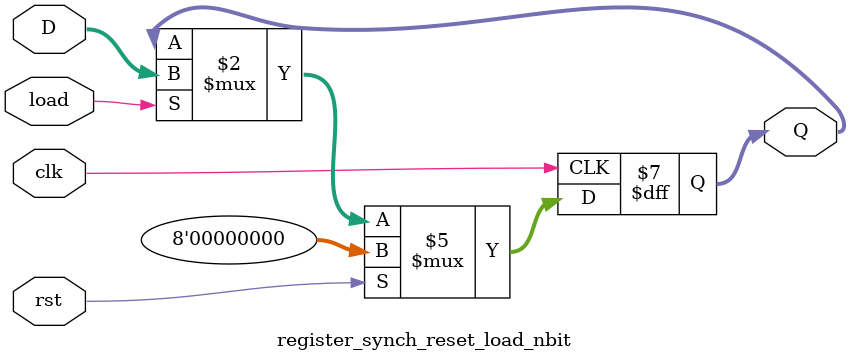
<source format=sv>
`timescale 1ns / 1ps


module register_synch_reset_load_nbit
    #(parameter n=8)
    (
    input [n-1:0] D,
    input clk,
    input rst,
    input load,
    output reg[n-1:0] Q
    );
    always @(posedge clk) begin
        if (rst) begin
            Q <= 'd0;
        end
        else if (load) begin
            Q <= D;
        end
    end
endmodule

//-----------
</source>
